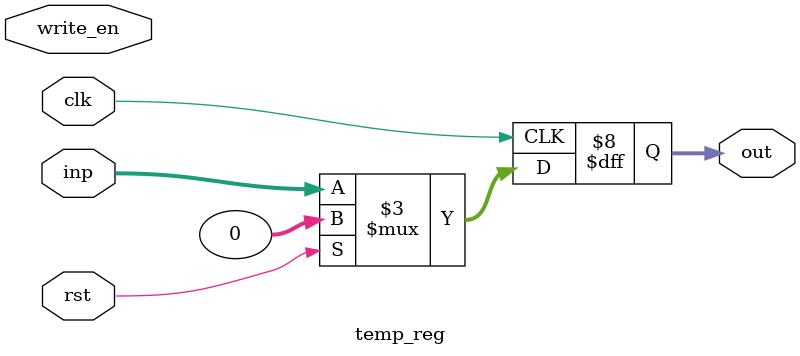
<source format=v>
module temp_reg(input clk,rst,write_en,input [31:0] inp,output reg [31:0] out);
	reg [31:0] temp;
	always@(posedge clk)begin
		if(rst)begin
			temp = 32'b0;
			out = 32'b0;
		end
		else begin
			out = inp;
		end
		
		
	end
endmodule

</source>
